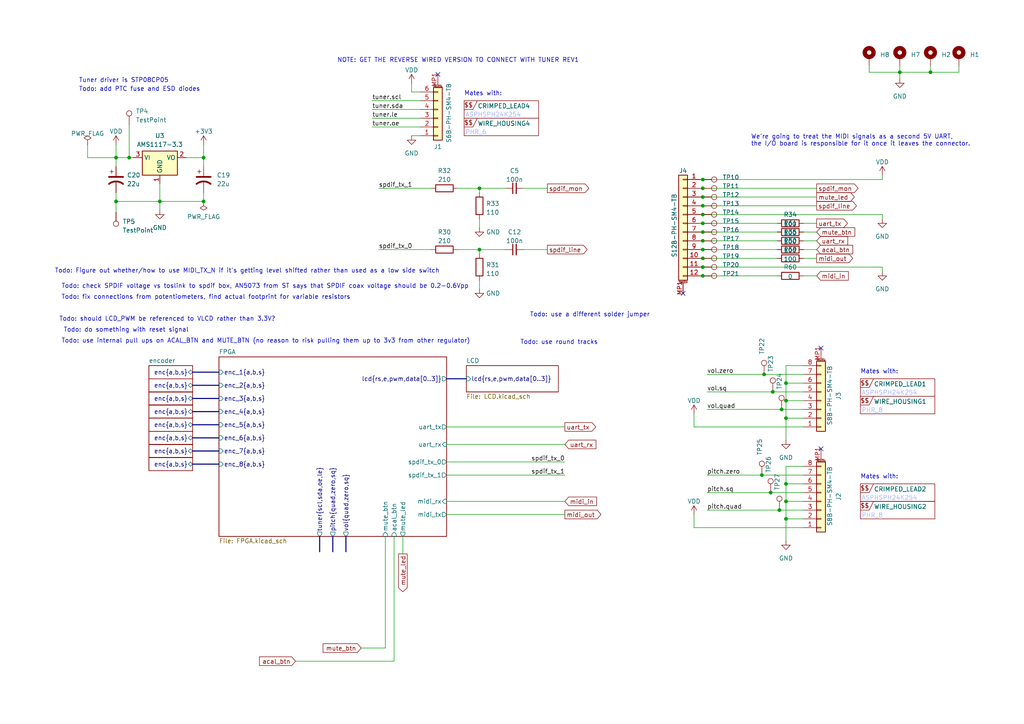
<source format=kicad_sch>
(kicad_sch (version 20230121) (generator eeschema)
  (paper "A4")
  (junction (at 139.065 72.39))
  (junction (at 203.835 72.39))
  (junction (at 203.835 77.47))
  (junction (at 221.615 108.585))
  (junction (at 59.055 45.72))
  (junction (at 203.835 54.61))
  (junction (at 203.835 62.23))
  (junction (at 223.52 142.875))
  (junction (at 37.465 45.72))
  (junction (at 139.065 54.61))
  (junction (at 227.965 121.285))
  (junction (at 203.835 57.15))
  (junction (at 59.055 58.42))
  (junction (at 203.835 69.85))
  (junction (at 203.835 52.07))
  (junction (at 260.985 20.955))
  (junction (at 203.835 67.31))
  (junction (at 46.355 58.42))
  (junction (at 226.06 147.955))
  (junction (at 227.965 140.335))
  (junction (at 203.835 80.01))
  (junction (at 227.965 150.495))
  (junction (at 226.695 118.745))
  (junction (at 227.965 111.125))
  (junction (at 33.655 45.72))
  (junction (at 269.875 20.955))
  (junction (at 33.655 58.42))
  (junction (at 224.155 113.665))
  (junction (at 227.965 116.205))
  (junction (at 203.835 59.69))
  (junction (at 203.835 74.93))
  (junction (at 203.835 64.77))
  (junction (at 220.98 137.795))
  (junction (at 227.965 145.415))
  (no_connect (at 198.12 85.09))
  (no_connect (at 238.125 100.965))
  (no_connect (at 127 21.59))
  (no_connect (at 238.125 130.175))
  (polyline (pts (xy 117.856 -44.196) (xy 119.126 -45.466)))
  (polyline (pts (xy 131.826 -40.386) (xy 133.096 -39.116)))
  (wire (pts (xy 203.2 57.15) (xy 203.835 57.15)))
  (polyline (pts (xy 236.7534 -41.8084) (xy 235.4834 -40.5384)))
  (polyline (pts (xy 140.716 -65.786) (xy 139.446 -67.056)))
  (polyline (pts (xy 110.871 -35.306) (xy 110.871 -12.192)))
  (wire (pts (xy 233.045 72.39) (xy 236.855 72.39)))
  (wire (pts (xy 139.065 72.39) (xy 139.065 73.66)))
  (wire (pts (xy 107.95 31.75) (xy 121.92 31.75)))
  (wire (pts (xy 233.045 111.125) (xy 227.965 111.125)))
  (wire (pts (xy 233.045 140.335) (xy 227.965 140.335)))
  (bus (pts (xy 100.33 155.575) (xy 100.33 160.02)))
  (wire (pts (xy 269.875 20.955) (xy 278.13 20.955)))
  (wire (pts (xy 129.54 149.225) (xy 163.83 149.225)))
  (polyline (pts (xy 131.191 -31.242) (xy 132.461 -29.972)))
  (wire (pts (xy 203.835 64.77) (xy 225.425 64.77)))
  (polyline (pts (xy 187.071 -67.056) (xy 187.071 -44.196)))
  (polyline (pts (xy 136.906 -44.196) (xy 138.176 -45.466)))
  (polyline (pts (xy 53.086 -37.846) (xy 54.356 -39.116)))
  (polyline (pts (xy 218.567 -38.354) (xy 208.153 -38.354)))
  (polyline (pts (xy 129.286 -40.386) (xy 128.016 -39.116)))
  (wire (pts (xy 33.655 55.88) (xy 33.655 58.42)))
  (wire (pts (xy 203.2 72.39) (xy 203.835 72.39)))
  (polyline (pts (xy 105.156 -39.116) (xy 103.886 -40.386)))
  (polyline (pts (xy 240.411 -42.672) (xy 241.681 -43.942)))
  (polyline (pts (xy 107.696 -45.466) (xy 108.966 -44.196)))
  (wire (pts (xy 107.95 29.21) (xy 121.92 29.21)))
  (polyline (pts (xy 113.665 -65.786) (xy 112.395 -67.056)))
  (polyline (pts (xy 244.9322 -36.8808) (xy 244.9322 -41.8084)))
  (polyline (pts (xy 155.067 -39.116) (xy 155.829 -39.116)))
  (polyline (pts (xy 112.395 -67.056) (xy 112.395 -44.196)))
  (wire (pts (xy 203.2 52.07) (xy 203.835 52.07)))
  (wire (pts (xy 226.695 118.745) (xy 233.045 118.745)))
  (wire (pts (xy 46.355 58.42) (xy 46.355 60.96)))
  (polyline (pts (xy 139.446 -67.056) (xy 139.446 -44.196)))
  (wire (pts (xy 25.4 45.72) (xy 33.655 45.72)))
  (wire (pts (xy 53.975 45.72) (xy 59.055 45.72)))
  (polyline (pts (xy 128.016 -39.116) (xy 133.096 -39.116)))
  (polyline (pts (xy 208.153 -34.29) (xy 214.249 -34.29)))
  (polyline (pts (xy 152.4 -16.51) (xy 151.13 -15.24)))
  (wire (pts (xy 203.835 59.69) (xy 236.855 59.69)))
  (wire (pts (xy 129.54 133.985) (xy 163.83 133.985)))
  (polyline (pts (xy 93.726 -35.306) (xy 93.726 -12.192)))
  (polyline (pts (xy 200.2282 -46.99) (xy 213.6902 -46.99)))
  (wire (pts (xy 203.2 59.69) (xy 203.835 59.69)))
  (polyline (pts (xy 98.806 -39.116) (xy 105.156 -39.116)))
  (polyline (pts (xy 231.267 -34.29) (xy 229.997 -35.56)))
  (polyline (pts (xy 99.441 -65.786) (xy 98.171 -67.056)))
  (wire (pts (xy 227.965 111.125) (xy 227.965 106.045)))
  (polyline (pts (xy 212.979 -33.02) (xy 214.249 -34.29)))
  (polyline (pts (xy 227.1522 -34.29) (xy 231.267 -34.29)))
  (polyline (pts (xy 200.533 -34.29) (xy 207.899 -34.29)) (stroke (width 0) (type dash)))
  (polyline (pts (xy 27.686 -37.846) (xy 28.956 -39.116)))
  (wire (pts (xy 260.985 19.05) (xy 260.985 20.955)))
  (polyline (pts (xy 187.071 -46.99) (xy 200.2282 -46.99)))
  (wire (pts (xy 33.655 45.72) (xy 33.655 48.26)))
  (wire (pts (xy 104.775 187.96) (xy 111.76 187.96)))
  (wire (pts (xy 139.065 72.39) (xy 146.685 72.39)))
  (polyline (pts (xy 125.095 -29.972) (xy 125.095 -35.306)))
  (wire (pts (xy 255.905 63.5) (xy 255.905 62.23)))
  (wire (pts (xy 205.105 147.955) (xy 226.06 147.955)))
  (polyline (pts (xy 236.7534 -36.8808) (xy 236.7534 -41.8084)))
  (polyline (pts (xy 187.071 -44.196) (xy 188.341 -45.466)))
  (wire (pts (xy 227.965 111.125) (xy 227.965 116.205)))
  (polyline (pts (xy 218.567 -41.656) (xy 217.297 -40.386)))
  (polyline (pts (xy 108.966 -67.056) (xy 108.966 -44.196)))
  (bus (pts (xy 55.88 134.62) (xy 63.5 134.62)))
  (polyline (pts (xy 18.796 -34.036) (xy 17.526 -35.306)))
  (wire (pts (xy 59.055 41.91) (xy 59.055 45.72)))
  (wire (pts (xy 233.045 74.93) (xy 236.855 74.93)))
  (wire (pts (xy 139.065 54.61) (xy 139.065 55.88)))
  (wire (pts (xy 201.295 123.825) (xy 233.045 123.825)))
  (wire (pts (xy 114.3 191.77) (xy 114.3 155.575)))
  (polyline (pts (xy 112.395 -67.056) (xy 111.125 -65.786)))
  (wire (pts (xy 132.715 72.39) (xy 139.065 72.39)))
  (wire (pts (xy 252.095 20.955) (xy 260.985 20.955)))
  (polyline (pts (xy 117.856 -46.736) (xy 117.856 -44.196)))
  (wire (pts (xy 227.965 140.335) (xy 227.965 145.415)))
  (polyline (pts (xy 139.446 -67.056) (xy 138.176 -65.786)))
  (polyline (pts (xy 149.86 -16.51) (xy 151.13 -15.24)))
  (bus (pts (xy 129.54 109.855) (xy 135.255 109.855)))
  (wire (pts (xy 203.835 52.07) (xy 255.905 52.07)))
  (wire (pts (xy 139.065 83.82) (xy 139.065 81.28)))
  (polyline (pts (xy 213.6902 -46.99) (xy 212.4202 -48.26)))
  (wire (pts (xy 233.045 64.77) (xy 236.855 64.77)))
  (bus (pts (xy 55.88 111.76) (xy 63.5 111.76)))
  (wire (pts (xy 227.965 150.495) (xy 227.965 156.845)))
  (wire (pts (xy 233.045 121.285) (xy 227.965 121.285)))
  (wire (pts (xy 59.055 45.72) (xy 59.055 48.26)))
  (polyline (pts (xy 135.636 -45.466) (xy 136.906 -44.196)))
  (polyline (pts (xy 28.956 -39.116) (xy 27.686 -40.386)))
  (polyline (pts (xy 214.249 -34.29) (xy 212.979 -35.56)))
  (wire (pts (xy 203.835 57.15) (xy 236.855 57.15)))
  (polyline (pts (xy 239.141 -43.942) (xy 241.681 -43.942)))
  (wire (pts (xy 201.295 120.015) (xy 201.295 123.825)))
  (bus (pts (xy 55.88 123.19) (xy 63.5 123.19)))
  (wire (pts (xy 158.75 54.61) (xy 151.765 54.61)))
  (polyline (pts (xy 114.046 -35.306) (xy 115.316 -34.036)))
  (wire (pts (xy 37.465 36.195) (xy 37.465 45.72)))
  (wire (pts (xy 33.655 61.595) (xy 33.655 58.42)))
  (polyline (pts (xy 98.171 -67.056) (xy 96.901 -65.786)))
  (wire (pts (xy 59.055 58.42) (xy 46.355 58.42)))
  (polyline (pts (xy 246.2022 -40.5384) (xy 244.9322 -41.8084)))
  (polyline (pts (xy 269.113 -45.466) (xy 282.321 -45.466)))
  (polyline (pts (xy 219.837 -40.386) (xy 218.567 -41.656)))
  (polyline (pts (xy 94.996 -34.036) (xy 93.726 -35.306)))
  (wire (pts (xy 129.54 137.795) (xy 163.83 137.795)))
  (wire (pts (xy 203.835 77.47) (xy 255.905 77.47)))
  (polyline (pts (xy 116.586 -45.466) (xy 117.856 -44.196)))
  (wire (pts (xy 46.355 58.42) (xy 46.355 53.34)))
  (wire (pts (xy 233.045 69.85) (xy 236.855 69.85)))
  (wire (pts (xy 37.465 45.72) (xy 33.655 45.72)))
  (wire (pts (xy 226.06 147.955) (xy 233.045 147.955)))
  (polyline (pts (xy 131.826 -37.846) (xy 133.096 -39.116)))
  (wire (pts (xy 269.875 19.05) (xy 269.875 20.955)))
  (wire (pts (xy 227.965 135.255) (xy 233.045 135.255)))
  (bus (pts (xy 55.88 130.81) (xy 63.5 130.81)))
  (polyline (pts (xy 187.071 -14.986) (xy 188.341 -16.256)))
  (polyline (pts (xy 106.426 -13.462) (xy 107.696 -12.192)))
  (wire (pts (xy 203.835 74.93) (xy 225.425 74.93)))
  (wire (pts (xy 220.98 137.795) (xy 233.045 137.795)))
  (wire (pts (xy 119.38 24.13) (xy 119.38 26.67)))
  (polyline (pts (xy 51.816 -39.116) (xy 54.356 -39.116)))
  (polyline (pts (xy 136.906 -67.056) (xy 136.906 -44.196)))
  (wire (pts (xy 205.105 142.875) (xy 223.52 142.875)))
  (wire (pts (xy 260.985 20.955) (xy 260.985 22.86)))
  (wire (pts (xy 203.835 72.39) (xy 225.425 72.39)))
  (polyline (pts (xy 110.871 -12.192) (xy 112.141 -13.462)))
  (polyline (pts (xy 94.996 -67.056) (xy 94.996 -44.196)))
  (polyline (pts (xy 96.266 -65.786) (xy 94.996 -67.056)))
  (wire (pts (xy 203.2 80.01) (xy 203.835 80.01)))
  (wire (pts (xy 233.045 67.31) (xy 236.855 67.31)))
  (wire (pts (xy 203.835 54.61) (xy 236.855 54.61)))
  (wire (pts (xy 139.065 54.61) (xy 146.685 54.61)))
  (polyline (pts (xy 128.016 -39.116) (xy 129.286 -37.846)))
  (polyline (pts (xy 241.681 -43.942) (xy 240.411 -45.212)))
  (wire (pts (xy 203.2 69.85) (xy 203.835 69.85)))
  (wire (pts (xy 107.95 34.29) (xy 121.92 34.29)))
  (wire (pts (xy 255.905 50.8) (xy 255.905 52.07)))
  (polyline (pts (xy 132.461 -29.972) (xy 125.095 -29.972)) (stroke (width 0) (type dash)))
  (bus (pts (xy 55.88 107.95) (xy 63.5 107.95)))
  (wire (pts (xy 203.835 62.23) (xy 255.905 62.23)))
  (polyline (pts (xy 132.461 -29.972) (xy 131.191 -28.702)))
  (wire (pts (xy 203.2 54.61) (xy 203.835 54.61)))
  (wire (pts (xy 260.985 20.955) (xy 269.875 20.955)))
  (polyline (pts (xy 218.567 -38.354) (xy 218.567 -41.656)))
  (wire (pts (xy 129.54 128.905) (xy 163.83 128.905)))
  (wire (pts (xy 233.045 145.415) (xy 227.965 145.415)))
  (wire (pts (xy 233.045 116.205) (xy 227.965 116.205)))
  (wire (pts (xy 132.715 54.61) (xy 139.065 54.61)))
  (polyline (pts (xy 107.696 -35.306) (xy 107.696 -12.192)))
  (wire (pts (xy 151.765 72.39) (xy 158.75 72.39)))
  (wire (pts (xy 119.38 39.37) (xy 121.92 39.37)))
  (polyline (pts (xy 103.886 -37.846) (xy 105.156 -39.116)))
  (wire (pts (xy 223.52 142.875) (xy 233.045 142.875)))
  (wire (pts (xy 33.655 45.72) (xy 33.655 41.91)))
  (polyline (pts (xy 82.296 -39.116) (xy 81.026 -40.386)))
  (wire (pts (xy 109.855 72.39) (xy 125.095 72.39)))
  (polyline (pts (xy 239.0394 -51.816) (xy 282.321 -51.816)))
  (polyline (pts (xy 238.0234 -40.5384) (xy 236.7534 -41.8084)))
  (wire (pts (xy 203.835 80.01) (xy 225.425 80.01)))
  (wire (pts (xy 116.84 155.575) (xy 116.84 160.655)))
  (bus (pts (xy 55.88 127) (xy 63.5 127)))
  (wire (pts (xy 201.295 153.035) (xy 233.045 153.035)))
  (wire (pts (xy 203.2 67.31) (xy 203.835 67.31)))
  (polyline (pts (xy 187.071 -14.986) (xy 187.071 -35.306)))
  (wire (pts (xy 203.2 64.77) (xy 203.835 64.77)))
  (wire (pts (xy 227.965 106.045) (xy 233.045 106.045)))
  (wire (pts (xy 205.105 113.665) (xy 224.155 113.665)))
  (wire (pts (xy 227.965 140.335) (xy 227.965 135.255)))
  (wire (pts (xy 252.095 19.05) (xy 252.095 20.955)))
  (wire (pts (xy 227.965 116.205) (xy 227.965 121.285)))
  (polyline (pts (xy 244.9322 -41.8084) (xy 243.6622 -40.5384)))
  (wire (pts (xy 38.735 45.72) (xy 37.465 45.72)))
  (wire (pts (xy 203.2 77.47) (xy 203.835 77.47)))
  (wire (pts (xy 205.105 118.745) (xy 226.695 118.745)))
  (polyline (pts (xy 54.356 -39.116) (xy 53.086 -40.386)))
  (polyline (pts (xy 112.776 -34.036) (xy 114.046 -35.306)))
  (polyline (pts (xy 185.801 -16.256) (xy 187.071 -14.986)))
  (wire (pts (xy 224.155 113.665) (xy 233.045 113.665)))
  (polyline (pts (xy 17.526 -35.306) (xy 16.256 -34.036)))
  (wire (pts (xy 129.54 123.825) (xy 163.83 123.825)))
  (wire (pts (xy 203.2 74.93) (xy 203.835 74.93)))
  (wire (pts (xy 119.38 26.67) (xy 121.92 26.67)))
  (wire (pts (xy 203.835 69.85) (xy 225.425 69.85)))
  (wire (pts (xy 109.855 54.61) (xy 125.095 54.61)))
  (wire (pts (xy 85.725 191.77) (xy 114.3 191.77)))
  (wire (pts (xy 203.2 62.23) (xy 203.835 62.23)))
  (wire (pts (xy 227.965 145.415) (xy 227.965 150.495)))
  (wire (pts (xy 33.655 58.42) (xy 46.355 58.42)))
  (bus (pts (xy 55.88 119.38) (xy 63.5 119.38)))
  (wire (pts (xy 107.95 36.83) (xy 121.92 36.83)))
  (bus (pts (xy 96.52 155.575) (xy 96.52 160.02)))
  (bus (pts (xy 55.88 115.57) (xy 63.5 115.57)))
  (polyline (pts (xy 98.171 -67.056) (xy 98.171 -44.196)))
  (wire (pts (xy 25.4 41.91) (xy 25.4 45.72)))
  (polyline (pts (xy 94.996 -67.056) (xy 93.726 -65.786)))
  (wire (pts (xy 205.105 137.795) (xy 220.98 137.795)))
  (polyline (pts (xy 107.696 -12.192) (xy 108.966 -13.462)))
  (wire (pts (xy 278.13 20.955) (xy 278.13 19.05)))
  (wire (pts (xy 233.045 150.495) (xy 227.965 150.495)))
  (wire (pts (xy 111.76 187.96) (xy 111.76 155.575)))
  (wire (pts (xy 205.105 108.585) (xy 221.615 108.585)))
  (polyline (pts (xy 93.726 -35.306) (xy 92.456 -34.036)))
  (polyline (pts (xy 200.787 -38.354) (xy 208.153 -38.354)) (stroke (width 0) (type dash)))
  (polyline (pts (xy 110.236 -45.466) (xy 108.966 -44.196)))
  (wire (pts (xy 203.835 67.31) (xy 225.425 67.31)))
  (bus (pts (xy 92.71 155.575) (xy 92.71 160.02)))
  (polyline (pts (xy 109.601 -13.462) (xy 110.871 -12.192)))
  (polyline (pts (xy 26.416 -39.116) (xy 28.956 -39.116)))
  (polyline (pts (xy 114.046 -12.192) (xy 114.046 -35.306)))
  (polyline (pts (xy 69.596 -39.116) (xy 82.296 -39.116)))
  (wire (pts (xy 139.065 66.04) (xy 139.065 63.5)))
  (polyline (pts (xy 178.689 -39.116) (xy 179.451 -39.116)))
  (wire (pts (xy 129.54 145.415) (xy 163.83 145.415)))
  (polyline (pts (xy 212.4202 -45.72) (xy 213.6902 -46.99)))
  (polyline (pts (xy 189.865 -67.056) (xy 189.865 -46.99)))
  (polyline (pts (xy 151.13 -35.56) (xy 151.13 -15.24)))
  (wire (pts (xy 233.045 80.01) (xy 236.855 80.01)))
  (wire (pts (xy 255.905 78.74) (xy 255.905 77.47)))
  (polyline (pts (xy 185.801 -45.466) (xy 187.071 -44.196)))
  (polyline (pts (xy 81.026 -37.846) (xy 82.296 -39.116)))
  (wire (pts (xy 59.055 55.88) (xy 59.055 58.42)))
  (polyline (pts (xy 17.526 -35.306) (xy 17.505 -12.5899)))
  (wire (pts (xy 201.295 149.225) (xy 201.295 153.035)))
  (polyline (pts (xy 231.2162 -34.29) (xy 229.9462 -33.02)))
  (wire (pts (xy 221.615 108.585) (xy 233.045 108.585)))
  (wire (pts (xy 227.965 121.285) (xy 227.965 127.635)))
  (text_box "Switch" (at 31.75 -58.42 0) (size 20.32 9.398) (effects (font (size 2 2)) (justify left top)))
  (text_box "1/4\" Stereo" (at 282.321 -56.642 0) (size 14.605 8.89) (effects (font (size 2 2)) (justify left top)))
  (text_box "ACAL button" (at 115.951 -54.991 0) (size 12.065 8.255) (effects (font (size 2 2)) (justify left top)))
  (text_box "Audio 3v6 LDO (ES9311?)" (at 231.267 -36.83 0) (size 25.4 8.382) (effects (font (size 2 2)) (justify left top)))
  (text_box "Vin (7.5-19V)" (at 7.366 -44.196 0) (size 19.05 8.89) (effects (font (size 2 2)) (justify left top)))
  (text_box "TOSLINK" (at 179.451 -14.986 0) (size 14.605 8.89) (effects (font (size 2 2)) (justify left top)))
  (text_box "Mux (TS3A15018?)" (at 133.096 -44.196 0) (size 21.971 8.89) (effects (font (size 2 2)) (justify left top)))
  (text_box "Power " (at 4.572 -63.246 0) (size 68.834 36.322) (effects (font (size 3 3)) (justify left top)))
  (text_box "5.0V" (at 82.296 -44.196 0) (size 16.51 8.89) (effects (font (size 2 2)) (justify left top)))
  (text_box "ATMega32U4 @ 16MHz" (at 105.156 -44.196 0) (size 22.86 8.89) (effects (font (size 2 2)) (justify left top)))
  (text_box "Midi DIN-5 (eventually, x2)" (at 141.351 -14.986 0) (size 27.94 9.398) (effects (font (size 2 2)) (justify left top)))
  (text_box "USB" (at 91.186 -12.192 0) (size 24.13 9.398) (effects (font (size 2 2)) (justify left top)))
  (text_box "8P JST connector" (at 91.821 -73.406 0) (size 99.822 6.35) (effects (font (size 2 2)) (justify left top)))
  (text_box "Analog (ESS components)" (at 211.201 -63.246 0) (size 62.7888 36.322) (effects (font (size 3 3)) (justify left top)))
  (text_box "Ferrite" (at 214.376 -36.83 0) (size 12.7 5.08) (effects (font (size 2 2)) (justify left top)))
  (text_box "LDO => 5.0V" (at 54.356 -44.196 0) (size 15.24 8.89) (effects (font (size 2 2)) (justify left top)))
  (text_box "TOSLINK out" (at 179.451 -44.196 0) (size 14.605 8.89) (effects (font (size 2 2)) (justify left top)))
  (text_box "SPDIF DAC (ES9010K2M?)" (at 213.741 -53.848 0) (size 25.4 12.065) (effects (font (size 2 2)) (justify left top)))
  (text_box "Headphone Amp (SABRE9601K?)" (at 241.681 -50.5968 0) (size 27.305 8.8138) (effects (font (size 2 2)) (justify left top)))
  (text_box "Grounded Barrel Jack" (at 15.621 -12.446 0) (size 20.32 9.398) (effects (font (size 2 2)) (justify left top)))
  (text_box "DC/DC Buck => 6.5V" (at 28.956 -44.196 0) (size 22.86 8.89) (effects (font (size 2 2)) (justify left top)))
  (text_box "Digital" (at 75.946 -63.246 0) (size 132.08 36.322) (effects (font (size 3 3)) (justify left top)))
  (text_box "I/O Board" (at 2.286 -82.296 0) (size 298.069 56.515) (effects (font (size 3 3)) (justify left top)))
  (text_box "1/8\" Stereo" (at 282.321 -46.736 0) (size 14.605 8.89) (effects (font (size 2 2)) (justify left top)))
  (text "Todo: use a different solder jumper" (at 153.67 92.075 0) (effects (font (size 1.27 1.27)) (justify left bottom)))
  (text "TX (230400)" (at 112.141 -46.736 90) (effects (font (size 1.27 1.27)) (justify left bottom)))
  (text "SPDIF (Monitor)" (at 189.6554 -47.3456 90) (effects (font (size 1.27 1.27)) (justify left bottom)))
  (text "Tuner driver is STP08CP05" (at 22.86 24.13 0) (effects (font (size 1.27 1.27)) (justify left bottom)))
  (text "Todo: fix connections from potentiometers, find actual footprint for variable resistors" (at 17.78 86.995 0) (effects (font (size 1.27 1.27)) (justify left bottom)))
  (text "Mates with:" (at 249.555 139.065 0) (effects (font (size 1.27 1.27)) (justify left bottom)))
  (text "USB Serial" (at 107.696 -14.732 90) (effects (font (size 1.27 1.27)) (justify left bottom)))
  (text "SPDIF (Line)" (at 187.071 -47.4472 90) (effects (font (size 1.27 1.27)) (justify left bottom)))
  (text "Line" (at 274.447 -51.816 0) (effects (font (size 1.27 1.27)) (justify left bottom)))
  (text "Todo: Figure out whether/how to use MIDI_TX_N if it's getting level shifted rather than used as a low side switch	" (at 15.875 79.375 0) (effects (font (size 1.27 1.27)) (justify left bottom)))
  (text "Todo: check SPDIF voltage vs toslink to spdif box, AN5073 from ST says that SPDIF coax voltage should be 0.2-0.6Vpp" (at 17.78 83.82 0) (effects (font (size 1.27 1.27)) (justify left bottom)))
  (text "Todo: add PTC fuse and ESD diodes" (at 22.86 26.67 0) (effects (font (size 1.27 1.27)) (justify left bottom)))
  (text "Todo: do something with reset signal" (at 18.415 96.52 0) (effects (font (size 1.27 1.27)) (justify left bottom)))
  (text "5.0V" (at 94.996 -46.736 90) (effects (font (size 1.27 1.27)) (justify left bottom)))
  (text "GND" (at 98.171 -46.736 90) (effects (font (size 1.27 1.27)) (justify left bottom)))
  (text "Todo: use internal pull ups on ACAL_BTN and MUTE_BTN (no reason to risk pulling them up to 3v3 from other regulator)" (at 17.78 99.695 0) (effects (font (size 1.27 1.27)) (justify left bottom)))
  (text "5.0V" (at 200.533 -34.29 0) (effects (font (size 1.27 1.27)) (justify left bottom)))
  (text "We're going to treat the MIDI signals as a second 5V UART,\nthe I/O board is responsible for it once it leaves the connector." (at 217.805 42.545 0) (effects (font (size 1.27 1.27)) (justify left bottom)))
  (text "Monitor" (at 274.447 -45.466 0) (effects (font (size 1.27 1.27)) (justify left bottom)))
  (text "DAC: ES9010K2M?" (at 212.09 -6.35 0) (effects (font (size 1.27 1.27)) (justify left bottom)))
  (text "USB MIDI" (at 110.871 -14.732 90) (effects (font (size 1.27 1.27)) (justify left bottom)))
  (text "I^{2}C" (at 130.175 -29.972 0) (effects (font (size 1.27 1.27)) (justify right bottom)))
  (text "Mates with:" (at 134.62 27.94 0) (effects (font (size 1.27 1.27)) (justify left bottom)))
  (text "Todo: should LCD_PWM be referenced to VLCD rather than 3.3V?" (at 17.145 93.345 0) (effects (font (size 1.27 1.27)) (justify left bottom)))
  (text "I^{2}C" (at 200.787 -38.354 0) (effects (font (size 1.27 1.27)) (justify left bottom)))
  (text "FW Update" (at 114.046 -14.732 90) (effects (font (size 1.27 1.27)) (justify left bottom)))
  (text "MIDI (31250)" (at 136.906 -46.736 90) (effects (font (size 1.27 1.27)) (justify left bottom)))
  (text "NOTE: GET THE REVERSE WIRED VERSION TO CONNECT WITH TUNER REV1" (at 97.79 18.288 0) (effects (font (size 1.27 1.27)) (justify left bottom)))
  (text "RX (230400)" (at 108.966 -46.736 90) (effects (font (size 1.27 1.27)) (justify left bottom)))
  (text "Todo: use round tracks" (at 150.876 100.076 0) (effects (font (size 1.27 1.27)) (justify left bottom)))
  (text "Mates with:" (at 249.555 108.585 0) (effects (font (size 1.27 1.27)) (justify left bottom)))
  (label "spdif_tx_0" (at 163.83 133.985 180))
  (label "tuner.le" (at 107.95 34.29 0))
  (label "vol.sq" (at 205.105 113.665 0))
  (label "vol.quad" (at 205.105 118.745 0))
  (label "tuner.scl" (at 107.95 29.21 0))
  (label "spdif_tx_0" (at 109.855 72.39 0))
  (label "pitch.sq" (at 205.105 142.875 0))
  (label "vol.zero" (at 205.105 108.585 0))
  (label "tuner.sda" (at 107.95 31.75 0))
  (label "spdif_tx_1" (at 163.83 137.795 180))
  (label "tuner.oe" (at 107.95 36.83 0))
  (label "spdif_tx_1" (at 109.855 54.61 0))
  (label "pitch.zero" (at 205.105 137.795 0))
  (label "pitch.quad" (at 205.105 147.955 0))
  (global_label "midi_in" (shape input) (at 163.83 145.415 0) (property "Intersheetrefs" "${INTERSHEET_REFS}" (effects hide)))
  (global_label "midi_out" (shape output) (at 236.855 74.93 0) (property "Intersheetrefs" "${INTERSHEET_REFS}" (effects hide)))
  (global_label "midi_in" (shape input) (at 236.855 80.01 0) (property "Intersheetrefs" "${INTERSHEET_REFS}" (effects hide)))
  (global_label "uart_rx" (shape input) (at 236.855 69.85 0) (property "Intersheetrefs" "${INTERSHEET_REFS}" (effects hide)))
  (global_label "uart_rx" (shape input) (at 163.83 128.905 0) (property "Intersheetrefs" "${INTERSHEET_REFS}" (effects hide)))
  (global_label "spdif_mon" (shape output) (at 158.75 54.61 0) (property "Intersheetrefs" "${INTERSHEET_REFS}" (effects hide)))
  (global_label "mute_led" (shape output) (at 116.84 160.655 270) (property "Intersheetrefs" "${INTERSHEET_REFS}" (effects hide)))
  (global_label "uart_tx" (shape output) (at 236.855 64.77 0) (property "Intersheetrefs" "${INTERSHEET_REFS}" (effects hide)))
  (global_label "spdif_mon" (shape output) (at 236.855 54.61 0) (property "Intersheetrefs" "${INTERSHEET_REFS}" (effects hide)))
  (global_label "acal_btn" (shape input) (at 85.725 191.77 180) (property "Intersheetrefs" "${INTERSHEET_REFS}" (effects hide)))
  (global_label "midi_out" (shape output) (at 163.83 149.225 0) (property "Intersheetrefs" "${INTERSHEET_REFS}" (effects hide)))
  (global_label "acal_btn" (shape input) (at 236.855 72.39 0) (property "Intersheetrefs" "${INTERSHEET_REFS}" (effects hide)))
  (global_label "spdif_line" (shape output) (at 236.855 59.69 0) (property "Intersheetrefs" "${INTERSHEET_REFS}" (effects hide)))
  (global_label "mute_led" (shape output) (at 236.855 57.15 0) (property "Intersheetrefs" "${INTERSHEET_REFS}" (effects hide)))
  (global_label "spdif_line" (shape output) (at 158.75 72.39 0) (property "Intersheetrefs" "${INTERSHEET_REFS}" (effects hide)))
  (global_label "uart_tx" (shape output) (at 163.83 123.825 0) (property "Intersheetrefs" "${INTERSHEET_REFS}" (effects hide)))
  (global_label "mute_btn" (shape input) (at 236.855 67.31 0) (property "Intersheetrefs" "${INTERSHEET_REFS}" (effects hide)))
  (global_label "mute_btn" (shape input) (at 104.775 187.96 180) (property "Intersheetrefs" "${INTERSHEET_REFS}" (effects hide)))
  (symbol (lib_id "Connector:TestPoint") (at 203.835 80.01 270) (unit 1) (in_bom no)
    (property "Reference" "TP21" (at 209.55 79.375 90) (effects (justify left)))
    (property "Value" "TestPoint" (effects hide))
    (property "Footprint" "TestPoint:TestPoint_Pad_D1.0mm" (effects hide))
    (property "DNP" "Y" (effects hide))
  )
  (symbol (lib_id "assorted:BOM_ITEM") (at 134.62 39.37 0) (unit 1) (on_board no)
    (property "Reference" "WIRE_HOUSING4" (at 138.5394 35.8203 0) (effects (justify left)))
    (property "Value" "PHR_6" (at 134.9222 38.2665 0) (effects (justify left)))
    (property "Datasheet" "https://www.jst-mfg.com/product/pdf/eng/ePH.pdf" (effects hide))
    (property "Supplier" "Aliexpress" (effects hide))
    (property "Supplier URL" "https://www.aliexpress.us/item/3256804371551423.html" (effects hide))
    (property "Notes" "PH2.0, different directions" (effects hide))
    (property "DNP" "Y" (effects hide))
  )
  (symbol (lib_id "Connector:TestPoint") (at 203.835 72.39 270) (unit 1) (in_bom no)
    (property "Reference" "TP18" (at 209.55 71.755 90) (effects (justify left)))
    (property "Value" "TestPoint" (effects hide))
    (property "Footprint" "TestPoint:TestPoint_Pad_D1.0mm" (effects hide))
    (property "DNP" "Y" (effects hide))
  )
  (symbol (lib_id "Connector:TestPoint") (at 203.835 69.85 270) (unit 1) (in_bom no)
    (property "Reference" "TP17" (at 209.55 69.215 90) (effects (justify left)))
    (property "Value" "TestPoint" (effects hide))
    (property "Footprint" "TestPoint:TestPoint_Pad_D1.0mm" (effects hide))
    (property "DNP" "Y" (effects hide))
  )
  (symbol (lib_id "assorted:Conn_01x12_MountingPin") (at 198.12 64.77 0) (mirror y) (unit 1)
    (property "Reference" "J4" (at 198.12 49.53 0))
    (property "Value" "S12B-PH-SM4-TB" (at 195.58 65.405 90))
    (property "Footprint" "d-lev:JST_PH_S12B-PH-SM4-TB_1x12-1MP_P2.00mm_Horizontal" (effects hide))
    (property "Datasheet" "https://www.jst-mfg.com/product/pdf/eng/ePH.pdf" (effects hide))
    (property "Supplier" "Digi-Key" (effects hide))
    (property "Supplier URL" "https://www.digikey.com/en/products/detail/jst-sales-america-inc/S12B-PH-SM4-TB-LF-SN/926664" (effects hide))
    (property "Supplier Alt" "Aliexpress" (effects hide))
    (property "MPN" "S12B-PH-SM4-TB" (effects hide))
    (property "Supplier Alt URL" "https://www.aliexpress.us/item/3256805244385531.html" (effects hide))
  )
  (symbol (lib_id "Connector:TestPoint") (at 203.835 52.07 270) (unit 1) (in_bom no)
    (property "Reference" "TP10" (at 209.55 51.435 90) (effects (justify left)))
    (property "Value" "TestPoint" (effects hide))
    (property "Footprint" "TestPoint:TestPoint_Pad_D1.0mm" (effects hide))
    (property "DNP" "Y" (effects hide))
  )
  (symbol (lib_id "Device:R") (at 229.235 72.39 90) (unit 1)
    (property "Reference" "R50" (at 229.235 69.85 90))
    (property "Value" "100" (at 229.1938 72.5956 90))
    (property "Footprint" "Resistor_SMD:R_0603_1608Metric" (effects hide))
  )
  (symbol (lib_id "Device:R") (at 229.235 80.01 90) (unit 1)
    (property "Reference" "R60" (at 229.235 77.47 90))
    (property "Value" "0" (at 229.1938 80.2156 90))
    (property "Footprint" "Resistor_SMD:R_0603_1608Metric" (effects hide))
  )
  (symbol (lib_id "power:GND") (at 227.965 127.635 0) (unit 1)
    (property "Reference" "#PWR054" (effects hide))
    (property "Value" "GND" (at 227.965 132.715 0))
  )
  (symbol (lib_name "Conn_01x08_MountingPin_1") (lib_id "assorted:Conn_01x08_MountingPin") (at 238.125 116.205 0) (mirror x) (unit 1)
    (property "Reference" "J3" (at 243.205 113.665 90) (effects (justify left)))
    (property "Value" "S8B-PH-SM4-TB" (at 240.665 106.045 90) (effects (justify left)))
    (property "Footprint" "d-lev:JST_PH_S8B-PH-SM4-TB_1x08-1MP_P2.00mm_Horizontal" (effects hide))
    (property "Datasheet" "https://www.jst-mfg.com/product/pdf/eng/ePH.pdf" (effects hide))
    (property "Supplier" "Digi-Key" (effects hide))
    (property "Supplier URL" "https://www.digikey.com/en/products/detail/jst-sales-america-inc/S8B-PH-SM4-TB-LF-SN/926661" (effects hide))
    (property "Supplier Alt" "Aliexpress" (effects hide))
    (property "MPN" "S8B-PH-SM4-TB" (effects hide))
    (property "Supplier Alt URL" "https://www.aliexpress.us/item/3256805227213161.html" (effects hide))
  )
  (symbol (lib_id "assorted:BOM_ITEM") (at 249.555 145.415 0) (unit 1) (on_board no)
    (property "Reference" "CRIMPED_LEAD2" (at 253.4744 141.8653 0) (effects (justify left)))
    (property "Value" "ASPHSPH24K254" (at 249.8572 144.3115 0) (effects (justify left)))
    (property "Datasheet" "https://gam-gec.com/product/asphsph24k254/" (effects hide))
    (property "DNP" "Y" (effects hide))
  )
  (symbol (lib_id "power:PWR_FLAG") (at 25.4 41.91 0) (mirror y) (unit 1)
    (property "Reference" "#FLG02" (effects hide))
    (property "Value" "PWR_FLAG" (at 25.4 38.735 0))
  )
  (symbol (lib_id "Connector:TestPoint") (at 223.52 142.875 0) (unit 1) (in_bom no)
    (property "Reference" "TP26" (at 222.885 137.16 90) (effects (justify left)))
    (property "Value" "TestPoint" (effects hide))
    (property "Footprint" "TestPoint:TestPoint_Pad_D1.0mm" (effects hide))
    (property "DNP" "Y" (effects hide))
  )
  (symbol (lib_id "Connector:TestPoint") (at 224.155 113.665 0) (unit 1) (in_bom no)
    (property "Reference" "TP23" (at 223.52 107.95 90) (effects (justify left)))
    (property "Value" "TestPoint" (effects hide))
    (property "Footprint" "TestPoint:TestPoint_Pad_D1.0mm" (effects hide))
    (property "DNP" "Y" (effects hide))
  )
  (symbol (lib_id "Connector:TestPoint") (at 220.98 137.795 0) (unit 1) (in_bom no)
    (property "Reference" "TP25" (at 220.345 132.08 90) (effects (justify left)))
    (property "Value" "TestPoint" (effects hide))
    (property "Footprint" "TestPoint:TestPoint_Pad_D1.0mm" (effects hide))
    (property "DNP" "Y" (effects hide))
  )
  (symbol (lib_id "assorted:Conn_01x08_MountingPin") (at 238.125 145.415 0) (mirror x) (unit 1)
    (property "Reference" "J2" (at 243.205 142.875 90) (effects (justify left)))
    (property "Value" "S8B-PH-SM4-TB" (at 240.665 135.255 90) (effects (justify left)))
    (property "Footprint" "d-lev:JST_PH_S8B-PH-SM4-TB_1x08-1MP_P2.00mm_Horizontal" (effects hide))
    (property "Datasheet" "https://www.jst-mfg.com/product/pdf/eng/ePH.pdf" (effects hide))
    (property "Supplier" "Digi-Key" (effects hide))
    (property "Supplier URL" "https://www.digikey.com/en/products/detail/jst-sales-america-inc/S8B-PH-SM4-TB-LF-SN/926661" (effects hide))
    (property "Supplier Alt" "Aliexpress" (effects hide))
    (property "MPN" "S8B-PH-SM4-TB" (effects hide))
    (property "Supplier Alt URL" "https://www.aliexpress.us/item/3256805227213161.html" (effects hide))
  )
  (symbol (lib_id "Connector:TestPoint") (at 33.655 61.595 180) (unit 1)
    (property "Reference" "TP5" (at 35.56 64.262 0) (effects (justify right)))
    (property "Value" "TestPoint" (at 35.56 66.802 0) (effects (justify right)))
    (property "Footprint" "TestPoint:TestPoint_Pad_D1.0mm" (effects hide))
    (property "DNP" "Y" (effects hide))
  )
  (symbol (lib_id "Connector:TestPoint") (at 221.615 108.585 0) (unit 1) (in_bom no)
    (property "Reference" "TP22" (at 220.98 102.87 90) (effects (justify left)))
    (property "Value" "TestPoint" (effects hide))
    (property "Footprint" "TestPoint:TestPoint_Pad_D1.0mm" (effects hide))
    (property "DNP" "Y" (effects hide))
  )
  (symbol (lib_id "power:VDD") (at 201.295 149.225 0) (unit 1)
    (property "Reference" "#PWR0103" (effects hide))
    (property "Value" "VDD" (at 201.295 145.415 0))
  )
  (symbol (lib_id "Connector:TestPoint") (at 203.835 62.23 270) (unit 1) (in_bom no)
    (property "Reference" "TP14" (at 209.55 61.595 90) (effects (justify left)))
    (property "Value" "TestPoint" (effects hide))
    (property "Footprint" "TestPoint:TestPoint_Pad_D1.0mm" (effects hide))
    (property "DNP" "Y" (effects hide))
  )
  (symbol (lib_id "power:GND") (at 119.38 39.37 0) (unit 1)
    (property "Reference" "#PWR053" (effects hide))
    (property "Value" "GND" (at 119.38 44.45 0))
  )
  (symbol (lib_id "Mechanical:MountingHole_Pad") (at 269.875 16.51 0) (mirror y) (unit 1)
    (property "Reference" "H2" (at 273.05 15.875 0) (effects (justify right)))
    (property "Value" "MountingHole_Pad" (effects hide))
    (property "Footprint" "d-lev:SMTSO-M4" (effects hide))
    (property "Datasheet" "https://www.mouser.com/datasheet/2/974/kdata-1901229.pdf" (effects hide))
    (property "Supplier" "Aliexpress" (effects hide))
    (property "Supplier URL" "https://www.aliexpress.us/item/3256803593893401.html" (effects hide))
  )
  (symbol (lib_id "Device:R") (at 139.065 59.69 180) (unit 1)
    (property "Reference" "R33" (at 140.97 59.055 0) (effects (justify right)))
    (property "Value" "110" (at 140.97 61.595 0) (effects (justify right)))
    (property "Footprint" "Resistor_SMD:R_0603_1608Metric" (effects hide))
    (property "Datasheet" "https://www.yageo.com/upload/media/product/productsearch/datasheet/rchip/PYu-RC_Group_51_RoHS_L_12.pdf" (effects hide))
    (property "Supplier" "Digi-Key" (effects hide))
    (property "Supplier URL" "https://www.digikey.com/en/products/detail/yageo/RC0603FR-13110RL/14286378" (effects hide))
    (property "Tolerance" "1%" (effects hide))
    (property "MPN" "RC0603FR-13110RL" (effects hide))
  )
  (symbol (lib_id "Device:R") (at 139.065 77.47 180) (unit 1)
    (property "Reference" "R31" (at 140.97 76.835 0) (effects (justify right)))
    (property "Value" "110" (at 140.97 79.375 0) (effects (justify right)))
    (property "Footprint" "Resistor_SMD:R_0603_1608Metric" (effects hide))
    (property "Datasheet" "https://www.yageo.com/upload/media/product/productsearch/datasheet/rchip/PYu-RC_Group_51_RoHS_L_12.pdf" (effects hide))
    (property "Supplier" "Digi-Key" (effects hide))
    (property "Supplier URL" "https://www.digikey.com/en/products/detail/yageo/RC0603FR-13110RL/14286378" (effects hide))
    (property "Tolerance" "1%" (effects hide))
    (property "MPN" "RC0603FR-13110RL" (effects hide))
  )
  (symbol (lib_id "power:VDD") (at 201.295 120.015 0) (unit 1)
    (property "Reference" "#PWR0104" (effects hide))
    (property "Value" "VDD" (at 201.295 116.205 0))
  )
  (symbol (lib_id "power:GND") (at 255.905 78.74 0) (unit 1)
    (property "Reference" "#PWR059" (effects hide))
    (property "Value" "GND" (at 255.905 83.82 0))
  )
  (symbol (lib_id "power:VDD") (at 119.38 24.13 0) (unit 1)
    (property "Reference" "#PWR0102" (effects hide))
    (property "Value" "VDD" (at 119.38 20.32 0))
  )
  (symbol (lib_id "Device:C_Small") (at 149.225 54.61 90) (unit 1)
    (property "Reference" "C5" (at 149.2313 49.53 90))
    (property "Value" "100n" (at 149.2313 52.07 90))
    (property "Footprint" "Capacitor_SMD:C_0603_1608Metric" (effects hide))
    (property "Datasheet" "https://search.murata.co.jp/Ceramy/image/img/A01X/G101/ENG/GRM188R71E104KA01-01.pdf" (effects hide))
    (property "Supplier" "Digi-Key" (effects hide))
    (property "Supplier URL" "https://www.digikey.com/en/products/detail/murata-electronics/GRM188R71E104KA01D/587154" (effects hide))
    (property "Notes" "Common" (effects hide))
    (property "MPN" "GRM188R71E104KA01D" (effects hide))
  )
  (symbol (lib_id "assorted:Conn_01x06_MountingPin") (at 127 34.29 0) (mirror x) (unit 1)
    (property "Reference" "J1" (at 127 42.545 0))
    (property "Value" "S6B-PH-SM4-TB" (at 130.175 24.13 90) (effects (justify left)))
    (property "Footprint" "d-lev:JST_PH_S6B-PH-SM4-TB_1x06-1MP_P2.00mm_Horizontal" (effects hide))
    (property "Datasheet" "https://www.jst-mfg.com/product/pdf/eng/ePH.pdf" (effects hide))
    (property "Supplier" "Digi-Key" (effects hide))
    (property "Supplier URL" "https://www.digikey.com/en/products/detail/jst-sales-america-inc/S6B-PH-SM4-TB-LF-SN/926659" (effects hide))
    (property "Supplier Alt" "Aliexpress" (effects hide))
    (property "MPN" "S6B-PH-SM4-TB" (effects hide))
    (property "Supplier Alt URL" "https://www.aliexpress.us/item/3256805219782364.html" (effects hide))
  )
  (symbol (lib_name "AMS1117-3.3_1") (lib_id "Regulator_Linear:AMS1117-3.3") (at 46.355 45.72 0) (unit 1)
    (property "Reference" "U3" (at 46.355 39.37 0))
    (property "Value" "AMS1117-3.3" (at 46.355 41.91 0))
    (property "Footprint" "Package_TO_SOT_SMD:SOT-223-3_TabPin2" (effects hide))
    (property "Datasheet" "http://www.advanced-monolithic.com/pdf/ds1117.pdf" (effects hide))
    (property "Supplier" "Mouser" (effects hide))
  )
  (symbol (lib_id "Device:C_Polarized_US") (at 33.655 52.07 0) (unit 1)
    (property "Reference" "C20" (at 36.83 50.8 0) (effects (justify left)))
    (property "Value" "22u" (at 36.83 53.34 0) (effects (justify left)))
    (property "Footprint" "Capacitor_SMD:C_0805_2012Metric_Pad1.18x1.45mm_HandSolder" (effects hide))
    (property "Datasheet" "https://www.mouser.com/datasheet/2/585/MLCC-1837944.pdf" (effects hide))
    (property "Supplier" "Mouser" (effects hide))
    (property "Supplier URL" "https://www.mouser.com/ProductDetail/Samsung-Electro-Mechanics/CL21A226MPQNNNE" (effects hide))
  )
  (symbol (lib_id "power:GND") (at 260.985 22.86 0) (mirror y) (unit 1)
    (property "Reference" "#PWR05" (effects hide))
    (property "Value" "GND" (at 260.985 27.94 0))
  )
  (symbol (lib_id "Connector:TestPoint") (at 203.835 59.69 270) (unit 1) (in_bom no)
    (property "Reference" "TP13" (at 209.55 59.055 90) (effects (justify left)))
    (property "Value" "TestPoint" (effects hide))
    (property "Footprint" "TestPoint:TestPoint_Pad_D1.0mm" (effects hide))
    (property "DNP" "Y" (effects hide))
  )
  (symbol (lib_id "assorted:BOM_ITEM") (at 249.555 120.015 0) (unit 1) (on_board no)
    (property "Reference" "WIRE_HOUSING1" (at 253.4744 116.4653 0) (effects (justify left)))
    (property "Value" "PHR_8" (at 249.8572 118.9115 0) (effects (justify left)))
    (property "Datasheet" "https://www.jst-mfg.com/product/pdf/eng/ePH.pdf" (effects hide))
    (property "Supplier" "Aliexpress" (effects hide))
    (property "Supplier URL" "https://www.aliexpress.us/item/3256804371551423.html" (effects hide))
    (property "Notes" "PH2.0" (effects hide))
    (property "DNP" "Y" (effects hide))
  )
  (symbol (lib_id "Device:C_Small") (at 149.225 72.39 90) (unit 1)
    (property "Reference" "C12" (at 149.2313 67.31 90))
    (property "Value" "100n" (at 149.2313 69.85 90))
    (property "Footprint" "Capacitor_SMD:C_0603_1608Metric" (effects hide))
    (property "Datasheet" "https://search.murata.co.jp/Ceramy/image/img/A01X/G101/ENG/GRM188R71E104KA01-01.pdf" (effects hide))
    (property "Supplier" "Digi-Key" (effects hide))
    (property "Supplier URL" "https://www.digikey.com/en/products/detail/murata-electronics/GRM188R71E104KA01D/587154" (effects hide))
    (property "Notes" "Common" (effects hide))
    (property "MPN" "GRM188R71E104KA01D" (effects hide))
  )
  (symbol (lib_id "Device:R") (at 128.905 72.39 90) (unit 1)
    (property "Reference" "R30" (at 128.905 67.31 90))
    (property "Value" "210" (at 128.905 69.85 90))
    (property "Footprint" "Resistor_SMD:R_0603_1608Metric" (effects hide))
    (property "Datasheet" "https://www.yageo.com/upload/media/product/productsearch/datasheet/rchip/PYu-RC_Group_51_RoHS_L_12.pdf" (effects hide))
    (property "Supplier" "Digi-Key" (effects hide))
    (property "Supplier URL" "https://www.digikey.com/en/products/detail/yageo/RC0603FR-07221RL/727063" (effects hide))
    (property "Tolerance" "1%" (effects hide))
    (property "MPN" "RC0603FR-07221RL" (effects hide))
  )
  (symbol (lib_id "power:VDD") (at 33.655 41.91 0) (unit 1)
    (property "Reference" "#PWR0105" (effects hide))
    (property "Value" "VDD" (at 33.655 38.1 0))
  )
  (symbol (lib_id "power:+3V3") (at 59.055 41.91 0) (unit 1)
    (property "Reference" "#PWR039" (effects hide))
    (property "Value" "+3V3" (at 59.055 38.1 0))
  )
  (symbol (lib_id "Connector:TestPoint") (at 226.695 118.745 0) (unit 1) (in_bom no)
    (property "Reference" "TP24" (at 226.06 113.03 90) (effects (justify left)))
    (property "Value" "TestPoint" (effects hide))
    (property "Footprint" "TestPoint:TestPoint_Pad_D1.0mm" (effects hide))
    (property "DNP" "Y" (effects hide))
  )
  (symbol (lib_id "Mechanical:MountingHole_Pad") (at 252.095 16.51 0) (mirror y) (unit 1)
    (property "Reference" "H8" (at 255.27 15.875 0) (effects (justify right)))
    (property "Value" "MountingHole_Pad" (effects hide))
    (property "Footprint" "d-lev:SMTSO-M4" (effects hide))
    (property "Datasheet" "https://www.mouser.com/datasheet/2/974/kdata-1901229.pdf" (effects hide))
    (property "Supplier" "Aliexpress" (effects hide))
    (property "Supplier URL" "https://www.aliexpress.us/item/3256803593893401.html" (effects hide))
  )
  (symbol (lib_id "Device:R") (at 128.905 54.61 90) (unit 1)
    (property "Reference" "R32" (at 128.905 49.53 90))
    (property "Value" "210" (at 128.905 52.07 90))
    (property "Footprint" "Resistor_SMD:R_0603_1608Metric" (effects hide))
    (property "Datasheet" "https://www.yageo.com/upload/media/product/productsearch/datasheet/rchip/PYu-RC_Group_51_RoHS_L_12.pdf" (effects hide))
    (property "Supplier" "Digi-Key" (effects hide))
    (property "Supplier URL" "https://www.digikey.com/en/products/detail/yageo/RC0603FR-07221RL/727063" (effects hide))
    (property "Tolerance" "1%" (effects hide))
    (property "MPN" "RC0603FR-07221RL" (effects hide))
  )
  (symbol (lib_id "power:VDD") (at 255.905 50.8 0) (unit 1)
    (property "Reference" "#PWR0101" (effects hide))
    (property "Value" "VDD" (at 255.905 46.99 0))
  )
  (symbol (lib_id "assorted:BOM_ITEM") (at 249.555 114.935 0) (unit 1) (on_board no)
    (property "Reference" "CRIMPED_LEAD1" (at 253.4744 111.3853 0) (effects (justify left)))
    (property "Value" "ASPHSPH24K254" (at 249.8572 113.8315 0) (effects (justify left)))
    (property "Datasheet" "https://gam-gec.com/product/asphsph24k254/" (effects hide))
    (property "DNP" "Y" (effects hide))
  )
  (symbol (lib_id "Connector:TestPoint") (at 203.835 57.15 270) (unit 1) (in_bom no)
    (property "Reference" "TP12" (at 209.55 56.515 90) (effects (justify left)))
    (property "Value" "TestPoint" (effects hide))
    (property "Footprint" "TestPoint:TestPoint_Pad_D1.0mm" (effects hide))
    (property "DNP" "Y" (effects hide))
  )
  (symbol (lib_id "power:GND") (at 227.965 156.845 0) (unit 1)
    (property "Reference" "#PWR02" (effects hide))
    (property "Value" "GND" (at 227.965 161.925 0))
  )
  (symbol (lib_id "Device:R") (at 229.235 64.77 90) (unit 1)
    (property "Reference" "R34" (at 229.235 62.23 90))
    (property "Value" "100" (at 229.1938 64.9756 90))
    (property "Footprint" "Resistor_SMD:R_0603_1608Metric" (effects hide))
  )
  (symbol (lib_id "assorted:BOM_ITEM") (at 134.62 34.29 0) (unit 1) (on_board no)
    (property "Reference" "CRIMPED_LEAD4" (at 138.5394 30.7403 0) (effects (justify left)))
    (property "Value" "ASPHSPH24K254" (at 134.9222 33.1865 0) (effects (justify left)))
    (property "Datasheet" "https://gam-gec.com/product/asphsph24k254/" (effects hide))
    (property "DNP" "Y" (effects hide))
  )
  (symbol (lib_id "Connector:TestPoint") (at 203.835 54.61 270) (unit 1) (in_bom no)
    (property "Reference" "TP11" (at 209.55 53.975 90) (effects (justify left)))
    (property "Value" "TestPoint" (effects hide))
    (property "Footprint" "TestPoint:TestPoint_Pad_D1.0mm" (effects hide))
    (property "DNP" "Y" (effects hide))
  )
  (symbol (lib_id "Device:C_Polarized_US") (at 59.055 52.07 0) (unit 1)
    (property "Reference" "C19" (at 62.865 50.8 0) (effects (justify left)))
    (property "Value" "22u" (at 62.865 53.34 0) (effects (justify left)))
    (property "Footprint" "Capacitor_SMD:C_0805_2012Metric_Pad1.18x1.45mm_HandSolder" (effects hide))
    (property "Datasheet" "https://www.mouser.com/datasheet/2/585/MLCC-1837944.pdf" (effects hide))
    (property "Supplier" "Mouser" (effects hide))
    (property "Supplier URL" "https://www.mouser.com/ProductDetail/Samsung-Electro-Mechanics/CL21A226MPQNNNE" (effects hide))
  )
  (symbol (lib_id "Connector:TestPoint") (at 203.835 67.31 270) (unit 1) (in_bom no)
    (property "Reference" "TP16" (at 209.55 66.675 90) (effects (justify left)))
    (property "Value" "TestPoint" (effects hide))
    (property "Footprint" "TestPoint:TestPoint_Pad_D1.0mm" (effects hide))
    (property "DNP" "Y" (effects hide))
  )
  (symbol (lib_id "power:GND") (at 255.905 63.5 0) (unit 1)
    (property "Reference" "#PWR016" (effects hide))
    (property "Value" "GND" (at 255.905 68.58 0))
  )
  (symbol (lib_id "Connector:TestPoint") (at 37.465 36.195 0) (unit 1) (in_bom no)
    (property "Reference" "TP4" (at 39.37 32.258 0) (effects (justify left)))
    (property "Value" "TestPoint" (at 39.37 34.798 0) (effects (justify left)))
    (property "Footprint" "TestPoint:TestPoint_Pad_D1.0mm" (effects hide))
    (property "DNP" "Y" (effects hide))
  )
  (symbol (lib_id "power:PWR_FLAG") (at 59.055 58.42 0) (mirror x) (unit 1)
    (property "Reference" "#FLG01" (effects hide))
    (property "Value" "PWR_FLAG" (at 59.055 62.865 0))
  )
  (symbol (lib_id "Mechanical:MountingHole_Pad") (at 260.985 16.51 0) (mirror y) (unit 1)
    (property "Reference" "H7" (at 264.16 15.875 0) (effects (justify right)))
    (property "Value" "MountingHole_Pad" (effects hide))
    (property "Footprint" "d-lev:SMTSO-M4" (effects hide))
    (property "Datasheet" "https://www.mouser.com/datasheet/2/974/kdata-1901229.pdf" (effects hide))
    (property "Supplier" "Aliexpress" (effects hide))
    (property "Supplier URL" "https://www.aliexpress.us/item/3256803593893401.html" (effects hide))
  )
  (symbol (lib_id "Connector:TestPoint") (at 203.835 64.77 270) (unit 1) (in_bom no)
    (property "Reference" "TP15" (at 209.55 64.135 90) (effects (justify left)))
    (property "Value" "TestPoint" (effects hide))
    (property "Footprint" "TestPoint:TestPoint_Pad_D1.0mm" (effects hide))
    (property "DNP" "Y" (effects hide))
  )
  (symbol (lib_id "power:GND") (at 139.065 83.82 0) (unit 1)
    (property "Reference" "#PWR052" (effects hide))
    (property "Value" "GND" (at 140.97 85.0899 0) (effects (justify left)))
  )
  (symbol (lib_id "assorted:BOM_ITEM") (at 249.555 150.495 0) (unit 1) (on_board no)
    (property "Reference" "WIRE_HOUSING2" (at 253.4744 146.9453 0) (effects (justify left)))
    (property "Value" "PHR_8" (at 249.8572 149.3915 0) (effects (justify left)))
    (property "Datasheet" "https://www.jst-mfg.com/product/pdf/eng/ePH.pdf" (effects hide))
    (property "Supplier" "Aliexpress" (effects hide))
    (property "Supplier URL" "https://www.aliexpress.us/item/3256804371551423.html" (effects hide))
    (property "Notes" "PH2.0" (effects hide))
    (property "DNP" "Y" (effects hide))
  )
  (symbol (lib_id "Device:R") (at 229.235 69.85 90) (unit 1)
    (property "Reference" "R35" (at 229.235 67.31 90))
    (property "Value" "100" (at 229.1938 70.0556 90))
    (property "Footprint" "Resistor_SMD:R_0603_1608Metric" (effects hide))
  )
  (symbol (lib_id "Device:R") (at 229.235 74.93 90) (unit 1)
    (property "Reference" "R59" (at 229.235 72.39 90))
    (property "Value" "100" (at 229.1938 75.1356 90))
    (property "Footprint" "Resistor_SMD:R_0603_1608Metric" (effects hide))
  )
  (symbol (lib_id "Mechanical:MountingHole_Pad") (at 278.13 16.51 0) (mirror y) (unit 1)
    (property "Reference" "H1" (at 281.305 15.875 0) (effects (justify right)))
    (property "Value" "MountingHole_Pad" (effects hide))
    (property "Footprint" "d-lev:SMTSO-M4" (effects hide))
    (property "Datasheet" "https://www.mouser.com/datasheet/2/974/kdata-1901229.pdf" (effects hide))
    (property "Supplier" "Aliexpress" (effects hide))
    (property "Supplier URL" "https://www.aliexpress.us/item/3256803593893401.html" (effects hide))
  )
  (symbol (lib_id "power:GND") (at 139.065 66.04 0) (unit 1)
    (property "Reference" "#PWR051" (effects hide))
    (property "Value" "GND" (at 140.97 67.3099 0) (effects (justify left)))
  )
  (symbol (lib_id "Connector:TestPoint") (at 226.06 147.955 0) (unit 1) (in_bom no)
    (property "Reference" "TP27" (at 225.425 142.24 90) (effects (justify left)))
    (property "Value" "TestPoint" (effects hide))
    (property "Footprint" "TestPoint:TestPoint_Pad_D1.0mm" (effects hide))
    (property "DNP" "Y" (effects hide))
  )
  (symbol (lib_id "power:GND") (at 46.355 60.96 0) (unit 1)
    (property "Reference" "#PWR040" (effects hide))
    (property "Value" "GND" (at 46.355 66.04 0))
  )
  (symbol (lib_id "Connector:TestPoint") (at 203.835 74.93 270) (unit 1) (in_bom no)
    (property "Reference" "TP19" (at 209.55 74.295 90) (effects (justify left)))
    (property "Value" "TestPoint" (effects hide))
    (property "Footprint" "TestPoint:TestPoint_Pad_D1.0mm" (effects hide))
    (property "DNP" "Y" (effects hide))
  )
  (symbol (lib_id "Device:R") (at 229.235 67.31 90) (unit 1)
    (property "Reference" "R61" (at 229.235 64.77 90))
    (property "Value" "100" (at 229.1938 67.5156 90))
    (property "Footprint" "Resistor_SMD:R_0603_1608Metric" (effects hide))
  )
  (symbol (lib_id "Connector:TestPoint") (at 203.835 77.47 270) (unit 1) (in_bom no)
    (property "Reference" "TP20" (at 209.55 76.835 90) (effects (justify left)))
    (property "Value" "TestPoint" (effects hide))
    (property "Footprint" "TestPoint:TestPoint_Pad_D1.0mm" (effects hide))
    (property "DNP" "Y" (effects hide))
  )
  (sheet (at 43.18 125.095) (size 12.7 3.81) (stroke (width 0.1524))
    (property "Sheetname" "encoder5" (effects hide))
    (property "Sheetfile" "SingleEncoder.kicad_sch" (effects hide))
    (pin "enc{a,b,s}" bidirectional (at 55.88 127 0))
  )
  (sheet (at 43.18 109.855) (size 12.7 3.81) (stroke (width 0.1524))
    (property "Sheetname" "encoder1" (effects hide))
    (property "Sheetfile" "SingleEncoder.kicad_sch" (effects hide))
    (pin "enc{a,b,s}" bidirectional (at 55.88 111.76 0))
  )
  (sheet (at 43.18 121.285) (size 12.7 3.81) (stroke (width 0.1524))
    (property "Sheetname" "encoder4" (effects hide))
    (property "Sheetfile" "SingleEncoder.kicad_sch" (effects hide))
    (pin "enc{a,b,s}" bidirectional (at 55.88 123.19 0))
  )
  (sheet (at 135.255 106.045) (size 26.67 7.62) (stroke (width 0.1524))
    (property "Sheetname" "LCD" (at 135.255 105.3334 0) (effects (justify left bottom)))
    (property "Sheetfile" "LCD.kicad_sch" (at 135.255 114.2496 0) (effects (justify left top)))
    (pin "lcd{rs,e,pwm,data[0..3]}" input (at 135.255 109.855 180))
  )
  (sheet (at 43.18 132.715) (size 12.7 3.81) (stroke (width 0.1524))
    (property "Sheetname" "encoder7" (effects hide))
    (property "Sheetfile" "SingleEncoder.kicad_sch" (effects hide))
    (pin "enc{a,b,s}" bidirectional (at 55.88 134.62 0))
  )
  (sheet (at 43.18 113.665) (size 12.7 3.81) (stroke (width 0.1524))
    (property "Sheetname" "encoder2" (effects hide))
    (property "Sheetfile" "SingleEncoder.kicad_sch" (effects hide))
    (pin "enc{a,b,s}" bidirectional (at 55.88 115.57 0))
  )
  (sheet (at 63.5 103.505) (size 66.04 52.07) (stroke (width 0.1524))
    (property "Sheetname" "FPGA" (at 63.5 102.7934 0) (effects (justify left bottom)))
    (property "Sheetfile" "FPGA.kicad_sch" (at 63.5 156.1596 0) (effects (justify left top)))
    (pin "spdif_tx_1" output (at 129.54 137.795 0))
    (pin "spdif_tx_0" output (at 129.54 133.985 0))
    (pin "midi_tx" output (at 129.54 149.225 0))
    (pin "uart_rx" input (at 129.54 128.905 0))
    (pin "uart_tx" output (at 129.54 123.825 0))
    (pin "vol{quad,zero,sq}" output (at 100.33 155.575 270))
    (pin "pitch{quad,zero,sq}" output (at 96.52 155.575 270))
    (pin "tuner{scl,sda,oe,le}" output (at 92.71 155.575 270))
    (pin "midi_rx" input (at 129.54 145.415 0))
    (pin "mute_btn" input (at 111.76 155.575 270))
    (pin "acal_btn" input (at 114.3 155.575 270))
    (pin "mute_led" output (at 116.84 155.575 270))
    (pin "lcd{rs,e,pwm,data[0..3]}" output (at 129.54 109.855 0))
    (pin "enc_1{a,b,s}" input (at 63.5 107.95 180))
    (pin "enc_5{a,b,s}" input (at 63.5 123.19 180))
    (pin "enc_2{a,b,s}" input (at 63.5 111.76 180))
    (pin "enc_3{a,b,s}" input (at 63.5 115.57 180))
    (pin "enc_4{a,b,s}" input (at 63.5 119.38 180))
    (pin "enc_6{a,b,s}" input (at 63.5 127 180))
    (pin "enc_7{a,b,s}" input (at 63.5 130.81 180))
    (pin "enc_8{a,b,s}" input (at 63.5 134.62 180))
  )
  (sheet (at 43.18 106.045) (size 12.7 3.81) (stroke (width 0.1524))
    (property "Sheetname" "encoder" (at 43.18 105.3334 0) (effects (justify left bottom)))
    (property "Sheetfile" "SingleEncoder.kicad_sch" (effects hide))
    (pin "enc{a,b,s}" bidirectional (at 55.88 107.95 0))
  )
  (sheet (at 43.18 128.905) (size 12.7 3.81) (stroke (width 0.1524))
    (property "Sheetname" "encoder6" (effects hide))
    (property "Sheetfile" "SingleEncoder.kicad_sch" (effects hide))
    (pin "enc{a,b,s}" bidirectional (at 55.88 130.81 0))
  )
  (sheet (at 43.18 117.475) (size 12.7 3.81) (stroke (width 0.1524))
    (property "Sheetname" "encoder3" (effects hide))
    (property "Sheetfile" "SingleEncoder.kicad_sch" (effects hide))
    (pin "enc{a,b,s}" bidirectional (at 55.88 119.38 0))
  )
)
</source>
